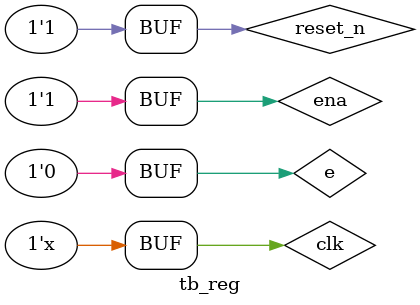
<source format=sv>
module tb_reg();
   logic clk;
   logic reset_n;
   logic e;
   logic ena;
   logic s;

   registre 	 reg1(.clk(clk), .reset_n(reset_n), .e(e), .ena(ena), .s(s));

   always
     begin
	#10ns
	  clk <= ~clk;
     end

   initial
     begin
	clk <= 0;
	reset_n <= 0;
	e <= 0;
	ena <= 0;

	#25ns
	  reset_n <= 1;
	e <= 1;
	ena <= 1;

	#20ns
	  e <= 0;
	ena <= 0;

	#20ns
	  ena <= 1;
	
     end

endmodule // tb_reg

</source>
